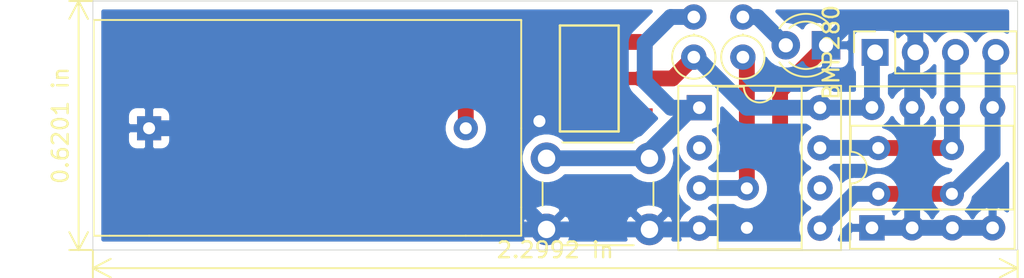
<source format=kicad_pcb>
(kicad_pcb (version 20171130) (host pcbnew "(5.1.5)-3")

  (general
    (thickness 1.6)
    (drawings 6)
    (tracks 79)
    (zones 0)
    (modules 9)
    (nets 12)
  )

  (page A4)
  (layers
    (0 F.Cu signal)
    (31 B.Cu signal)
    (32 B.Adhes user)
    (33 F.Adhes user)
    (34 B.Paste user)
    (35 F.Paste user)
    (36 B.SilkS user)
    (37 F.SilkS user)
    (38 B.Mask user)
    (39 F.Mask user)
    (40 Dwgs.User user)
    (41 Cmts.User user)
    (42 Eco1.User user)
    (43 Eco2.User user)
    (44 Edge.Cuts user)
    (45 Margin user)
    (46 B.CrtYd user)
    (47 F.CrtYd user)
    (48 B.Fab user)
    (49 F.Fab user)
  )

  (setup
    (last_trace_width 0.25)
    (user_trace_width 1)
    (trace_clearance 0.2)
    (zone_clearance 0.508)
    (zone_45_only no)
    (trace_min 0.2)
    (via_size 0.8)
    (via_drill 0.4)
    (via_min_size 0.4)
    (via_min_drill 0.3)
    (uvia_size 0.3)
    (uvia_drill 0.1)
    (uvias_allowed no)
    (uvia_min_size 0.2)
    (uvia_min_drill 0.1)
    (edge_width 0.05)
    (segment_width 0.2)
    (pcb_text_width 0.3)
    (pcb_text_size 1.5 1.5)
    (mod_edge_width 0.12)
    (mod_text_size 1 1)
    (mod_text_width 0.15)
    (pad_size 1.524 1.524)
    (pad_drill 0.762)
    (pad_to_mask_clearance 0.051)
    (solder_mask_min_width 0.25)
    (aux_axis_origin 0 0)
    (grid_origin 93.03 72.06)
    (visible_elements 7FF9FF7F)
    (pcbplotparams
      (layerselection 0x010fc_ffffffff)
      (usegerberextensions false)
      (usegerberattributes false)
      (usegerberadvancedattributes false)
      (creategerberjobfile false)
      (excludeedgelayer true)
      (linewidth 0.100000)
      (plotframeref false)
      (viasonmask false)
      (mode 1)
      (useauxorigin false)
      (hpglpennumber 1)
      (hpglpenspeed 20)
      (hpglpendiameter 15.000000)
      (psnegative false)
      (psa4output false)
      (plotreference true)
      (plotvalue true)
      (plotinvisibletext false)
      (padsonsilk false)
      (subtractmaskfromsilk false)
      (outputformat 1)
      (mirror false)
      (drillshape 1)
      (scaleselection 1)
      (outputdirectory ""))
  )

  (net 0 "")
  (net 1 "Net-(AT24C256-Pad8)")
  (net 2 GNDPWR)
  (net 3 "Net-(AT24C256-Pad6)")
  (net 4 "Net-(AT24C256-Pad5)")
  (net 5 "Net-(ATTiny85-Pad3)")
  (net 6 "Net-(ATTiny85-Pad6)")
  (net 7 "Net-(ATTiny85-Pad2)")
  (net 8 "Net-(ATTiny85-Pad1)")
  (net 9 "Net-(LED1-Pad2)")
  (net 10 "Net-(BT1-Pad1)")
  (net 11 "Net-(U1-Pad4)")

  (net_class Default "Esta é a classe de rede padrão."
    (clearance 0.2)
    (trace_width 0.25)
    (via_dia 0.8)
    (via_drill 0.4)
    (uvia_dia 0.3)
    (uvia_drill 0.1)
    (add_net GNDPWR)
    (add_net "Net-(AT24C256-Pad5)")
    (add_net "Net-(AT24C256-Pad6)")
    (add_net "Net-(AT24C256-Pad8)")
    (add_net "Net-(ATTiny85-Pad1)")
    (add_net "Net-(ATTiny85-Pad2)")
    (add_net "Net-(ATTiny85-Pad3)")
    (add_net "Net-(ATTiny85-Pad6)")
    (add_net "Net-(BT1-Pad1)")
    (add_net "Net-(LED1-Pad2)")
    (add_net "Net-(U1-Pad4)")
  )

  (module LR44:LR44 (layer F.Cu) (tedit 5EFCC4BD) (tstamp 5EFCF204)
    (at 99.68 113.51 180)
    (path /5EFCAF55)
    (fp_text reference BT1 (at 9.35 -0.04) (layer F.SilkS) hide
      (effects (font (size 1 1) (thickness 0.15)))
    )
    (fp_text value Battery_Cell (at 3.88 8.03) (layer F.Fab) hide
      (effects (font (size 1 1) (thickness 0.15)))
    )
    (fp_line (start 23.5 6.85) (end 23.5 6.7) (layer F.SilkS) (width 0.12))
    (fp_line (start -3.5 6.85) (end 23.5 6.85) (layer F.SilkS) (width 0.12))
    (fp_line (start 23.5 -6.8) (end 23.5 6.7) (layer F.SilkS) (width 0.12))
    (fp_line (start 22.5 -6.8) (end 23.5 -6.8) (layer F.SilkS) (width 0.12))
    (fp_line (start 20 -6.8) (end 22.5 -6.8) (layer F.SilkS) (width 0.12))
    (fp_line (start 0 -6.8) (end 20 -6.8) (layer F.SilkS) (width 0.12))
    (fp_line (start -1 -6.8) (end 0 -6.8) (layer F.SilkS) (width 0.12))
    (fp_line (start -3.5 -6.8) (end -1 -6.8) (layer F.SilkS) (width 0.12))
    (fp_line (start -3.5 6.8) (end -3.5 6.85) (layer F.SilkS) (width 0.12))
    (fp_line (start -3.5 0) (end -3.5 6.8) (layer F.SilkS) (width 0.12))
    (fp_line (start -3.5 -6.75) (end -3.5 -6.8) (layer F.SilkS) (width 0.12))
    (fp_line (start -3.5 -6.5) (end -3.5 -6.75) (layer F.SilkS) (width 0.12))
    (fp_line (start -3.5 -6) (end -3.5 -6.5) (layer F.SilkS) (width 0.12))
    (fp_line (start -3.5 -5) (end -3.5 -6) (layer F.SilkS) (width 0.12))
    (fp_line (start -3.5 0) (end -3.5 -5) (layer F.SilkS) (width 0.12))
    (pad 2 thru_hole rect (at 20 0 180) (size 1.524 1.524) (drill 0.762) (layers *.Cu *.Mask)
      (net 2 GNDPWR))
    (pad 1 thru_hole circle (at 0 0 180) (size 1.524 1.524) (drill 0.762) (layers *.Cu *.Mask)
      (net 10 "Net-(BT1-Pad1)"))
  )

  (module Button_Switch_THT:SW_PUSH_6mm_H5mm (layer F.Cu) (tedit 5A02FE31) (tstamp 5EFCF254)
    (at 104.78 115.41)
    (descr "tactile push button, 6x6mm e.g. PHAP33xx series, height=5mm")
    (tags "tact sw push 6mm")
    (path /5EF2C276)
    (fp_text reference SW1 (at 2.92 7.43) (layer F.SilkS) hide
      (effects (font (size 1 1) (thickness 0.15)))
    )
    (fp_text value Reset (at 2.98 8.88) (layer F.Fab) hide
      (effects (font (size 1 1) (thickness 0.15)))
    )
    (fp_circle (center 3.25 2.25) (end 1.25 2.5) (layer F.Fab) (width 0.1))
    (fp_line (start 6.75 3) (end 6.75 1.5) (layer F.SilkS) (width 0.12))
    (fp_line (start 5.5 -1) (end 1 -1) (layer F.SilkS) (width 0.12))
    (fp_line (start -0.25 1.5) (end -0.25 3) (layer F.SilkS) (width 0.12))
    (fp_line (start 1 5.5) (end 5.5 5.5) (layer F.SilkS) (width 0.12))
    (fp_line (start 8 -1.25) (end 8 5.75) (layer F.CrtYd) (width 0.05))
    (fp_line (start 7.75 6) (end -1.25 6) (layer F.CrtYd) (width 0.05))
    (fp_line (start -1.5 5.75) (end -1.5 -1.25) (layer F.CrtYd) (width 0.05))
    (fp_line (start -1.25 -1.5) (end 7.75 -1.5) (layer F.CrtYd) (width 0.05))
    (fp_line (start -1.5 6) (end -1.25 6) (layer F.CrtYd) (width 0.05))
    (fp_line (start -1.5 5.75) (end -1.5 6) (layer F.CrtYd) (width 0.05))
    (fp_line (start -1.5 -1.5) (end -1.25 -1.5) (layer F.CrtYd) (width 0.05))
    (fp_line (start -1.5 -1.25) (end -1.5 -1.5) (layer F.CrtYd) (width 0.05))
    (fp_line (start 8 -1.5) (end 8 -1.25) (layer F.CrtYd) (width 0.05))
    (fp_line (start 7.75 -1.5) (end 8 -1.5) (layer F.CrtYd) (width 0.05))
    (fp_line (start 8 6) (end 8 5.75) (layer F.CrtYd) (width 0.05))
    (fp_line (start 7.75 6) (end 8 6) (layer F.CrtYd) (width 0.05))
    (fp_line (start 0.25 -0.75) (end 3.25 -0.75) (layer F.Fab) (width 0.1))
    (fp_line (start 0.25 5.25) (end 0.25 -0.75) (layer F.Fab) (width 0.1))
    (fp_line (start 6.25 5.25) (end 0.25 5.25) (layer F.Fab) (width 0.1))
    (fp_line (start 6.25 -0.75) (end 6.25 5.25) (layer F.Fab) (width 0.1))
    (fp_line (start 3.25 -0.75) (end 6.25 -0.75) (layer F.Fab) (width 0.1))
    (fp_text user %R (at 3.25 2.25) (layer F.Fab) hide
      (effects (font (size 1 1) (thickness 0.15)))
    )
    (pad 1 thru_hole circle (at 6.5 0 90) (size 2 2) (drill 1.1) (layers *.Cu *.Mask)
      (net 8 "Net-(ATTiny85-Pad1)"))
    (pad 2 thru_hole circle (at 6.5 4.5 90) (size 2 2) (drill 1.1) (layers *.Cu *.Mask)
      (net 2 GNDPWR))
    (pad 1 thru_hole circle (at 0 0 90) (size 2 2) (drill 1.1) (layers *.Cu *.Mask)
      (net 8 "Net-(ATTiny85-Pad1)"))
    (pad 2 thru_hole circle (at 0 4.5 90) (size 2 2) (drill 1.1) (layers *.Cu *.Mask)
      (net 2 GNDPWR))
    (model ${KISYS3DMOD}/Button_Switch_THT.3dshapes/SW_PUSH_6mm_H5mm.wrl
      (at (xyz 0 0 0))
      (scale (xyz 1 1 1))
      (rotate (xyz 0 0 0))
    )
  )

  (module Package_DIP:DIP-8_W7.62mm_Socket (layer F.Cu) (tedit 5A02E8C5) (tstamp 5EFCF1AF)
    (at 125.33 119.81 90)
    (descr "8-lead though-hole mounted DIP package, row spacing 7.62 mm (300 mils), Socket")
    (tags "THT DIP DIL PDIP 2.54mm 7.62mm 300mil Socket")
    (path /5EF280A5)
    (fp_text reference AT24C256 (at 2.36 4.18 180) (layer F.SilkS) hide
      (effects (font (size 1 1) (thickness 0.15)))
    )
    (fp_text value EEPROM (at 3.81 9.95 90) (layer F.Fab) hide
      (effects (font (size 1 1) (thickness 0.15)))
    )
    (fp_text user %R (at 3.81 3.81 90) (layer F.Fab) hide
      (effects (font (size 1 1) (thickness 0.15)))
    )
    (fp_line (start 9.15 -1.6) (end -1.55 -1.6) (layer F.CrtYd) (width 0.05))
    (fp_line (start 9.15 9.2) (end 9.15 -1.6) (layer F.CrtYd) (width 0.05))
    (fp_line (start -1.55 9.2) (end 9.15 9.2) (layer F.CrtYd) (width 0.05))
    (fp_line (start -1.55 -1.6) (end -1.55 9.2) (layer F.CrtYd) (width 0.05))
    (fp_line (start 8.95 -1.39) (end -1.33 -1.39) (layer F.SilkS) (width 0.12))
    (fp_line (start 8.95 9.01) (end 8.95 -1.39) (layer F.SilkS) (width 0.12))
    (fp_line (start -1.33 9.01) (end 8.95 9.01) (layer F.SilkS) (width 0.12))
    (fp_line (start -1.33 -1.39) (end -1.33 9.01) (layer F.SilkS) (width 0.12))
    (fp_line (start 6.46 -1.33) (end 4.81 -1.33) (layer F.SilkS) (width 0.12))
    (fp_line (start 6.46 8.95) (end 6.46 -1.33) (layer F.SilkS) (width 0.12))
    (fp_line (start 1.16 8.95) (end 6.46 8.95) (layer F.SilkS) (width 0.12))
    (fp_line (start 1.16 -1.33) (end 1.16 8.95) (layer F.SilkS) (width 0.12))
    (fp_line (start 2.81 -1.33) (end 1.16 -1.33) (layer F.SilkS) (width 0.12))
    (fp_line (start 8.89 -1.33) (end -1.27 -1.33) (layer F.Fab) (width 0.1))
    (fp_line (start 8.89 8.95) (end 8.89 -1.33) (layer F.Fab) (width 0.1))
    (fp_line (start -1.27 8.95) (end 8.89 8.95) (layer F.Fab) (width 0.1))
    (fp_line (start -1.27 -1.33) (end -1.27 8.95) (layer F.Fab) (width 0.1))
    (fp_line (start 0.635 -0.27) (end 1.635 -1.27) (layer F.Fab) (width 0.1))
    (fp_line (start 0.635 8.89) (end 0.635 -0.27) (layer F.Fab) (width 0.1))
    (fp_line (start 6.985 8.89) (end 0.635 8.89) (layer F.Fab) (width 0.1))
    (fp_line (start 6.985 -1.27) (end 6.985 8.89) (layer F.Fab) (width 0.1))
    (fp_line (start 1.635 -1.27) (end 6.985 -1.27) (layer F.Fab) (width 0.1))
    (fp_arc (start 3.81 -1.33) (end 2.81 -1.33) (angle -180) (layer F.SilkS) (width 0.12))
    (pad 8 thru_hole oval (at 7.62 0 90) (size 1.6 1.6) (drill 0.8) (layers *.Cu *.Mask)
      (net 1 "Net-(AT24C256-Pad8)"))
    (pad 4 thru_hole oval (at 0 7.62 90) (size 1.6 1.6) (drill 0.8) (layers *.Cu *.Mask)
      (net 2 GNDPWR))
    (pad 7 thru_hole oval (at 7.62 2.54 90) (size 1.6 1.6) (drill 0.8) (layers *.Cu *.Mask)
      (net 2 GNDPWR))
    (pad 3 thru_hole oval (at 0 5.08 90) (size 1.6 1.6) (drill 0.8) (layers *.Cu *.Mask)
      (net 2 GNDPWR))
    (pad 6 thru_hole oval (at 7.62 5.08 90) (size 1.6 1.6) (drill 0.8) (layers *.Cu *.Mask)
      (net 3 "Net-(AT24C256-Pad6)"))
    (pad 2 thru_hole oval (at 0 2.54 90) (size 1.6 1.6) (drill 0.8) (layers *.Cu *.Mask)
      (net 2 GNDPWR))
    (pad 5 thru_hole oval (at 7.62 7.62 90) (size 1.6 1.6) (drill 0.8) (layers *.Cu *.Mask)
      (net 4 "Net-(AT24C256-Pad5)"))
    (pad 1 thru_hole rect (at 0 0 90) (size 1.6 1.6) (drill 0.8) (layers *.Cu *.Mask)
      (net 2 GNDPWR))
    (model ${KISYS3DMOD}/Package_DIP.3dshapes/DIP-8_W7.62mm_Socket.wrl
      (at (xyz 0 0 0))
      (scale (xyz 1 1 1))
      (rotate (xyz 0 0 0))
    )
    (model ${KIPRJMOD}/ATTINY85-20PU--3DModel-STEP-56544.STEP
      (offset (xyz 4 -3.8 6.8))
      (scale (xyz 1 1 1))
      (rotate (xyz -90 0 0))
    )
  )

  (module LED_THT:LED_D3.0mm (layer F.Cu) (tedit 587A3A7B) (tstamp 5EFCF217)
    (at 122.43 108.26 180)
    (descr "LED, diameter 3.0mm, 2 pins")
    (tags "LED diameter 3.0mm 2 pins")
    (path /5EF29701)
    (fp_text reference LED1 (at 0.54 3.12) (layer F.SilkS) hide
      (effects (font (size 1 1) (thickness 0.15)))
    )
    (fp_text value ON/OFF (at 0.37 4.95) (layer F.Fab) hide
      (effects (font (size 1 1) (thickness 0.15)))
    )
    (fp_line (start 3.7 -2.25) (end -1.15 -2.25) (layer F.CrtYd) (width 0.05))
    (fp_line (start 3.7 2.25) (end 3.7 -2.25) (layer F.CrtYd) (width 0.05))
    (fp_line (start -1.15 2.25) (end 3.7 2.25) (layer F.CrtYd) (width 0.05))
    (fp_line (start -1.15 -2.25) (end -1.15 2.25) (layer F.CrtYd) (width 0.05))
    (fp_line (start -0.29 1.08) (end -0.29 1.236) (layer F.SilkS) (width 0.12))
    (fp_line (start -0.29 -1.236) (end -0.29 -1.08) (layer F.SilkS) (width 0.12))
    (fp_line (start -0.23 -1.16619) (end -0.23 1.16619) (layer F.Fab) (width 0.1))
    (fp_circle (center 1.27 0) (end 2.77 0) (layer F.Fab) (width 0.1))
    (fp_arc (start 1.27 0) (end 0.229039 1.08) (angle -87.9) (layer F.SilkS) (width 0.12))
    (fp_arc (start 1.27 0) (end 0.229039 -1.08) (angle 87.9) (layer F.SilkS) (width 0.12))
    (fp_arc (start 1.27 0) (end -0.29 1.235516) (angle -108.8) (layer F.SilkS) (width 0.12))
    (fp_arc (start 1.27 0) (end -0.29 -1.235516) (angle 108.8) (layer F.SilkS) (width 0.12))
    (fp_arc (start 1.27 0) (end -0.23 -1.16619) (angle 284.3) (layer F.Fab) (width 0.1))
    (pad 2 thru_hole circle (at 2.54 0 180) (size 1.8 1.8) (drill 0.9) (layers *.Cu *.Mask)
      (net 9 "Net-(LED1-Pad2)"))
    (pad 1 thru_hole rect (at 0 0 180) (size 1.8 1.8) (drill 0.9) (layers *.Cu *.Mask)
      (net 2 GNDPWR))
    (model ${KISYS3DMOD}/LED_THT.3dshapes/LED_D3.0mm.wrl
      (at (xyz 0 0 0))
      (scale (xyz 1 1 1))
      (rotate (xyz 0 0 0))
    )
  )

  (module Connector_PinSocket_2.54mm:PinSocket_1x04_P2.54mm_Vertical (layer F.Cu) (tedit 5A19A429) (tstamp 5F03E576)
    (at 125.53 108.71 90)
    (descr "Through hole straight socket strip, 1x04, 2.54mm pitch, single row (from Kicad 4.0.7), script generated")
    (tags "Through hole socket strip THT 1x04 2.54mm single row")
    (path /5EF6F4B8)
    (fp_text reference BMP280 (at 0 -2.77 90) (layer F.SilkS)
      (effects (font (size 1 1) (thickness 0.15)))
    )
    (fp_text value Sensor (at 0 10.39 90) (layer F.Fab)
      (effects (font (size 1 1) (thickness 0.15)))
    )
    (fp_text user %R (at 0 3.81) (layer F.Fab)
      (effects (font (size 1 1) (thickness 0.15)))
    )
    (fp_line (start -1.8 9.4) (end -1.8 -1.8) (layer F.CrtYd) (width 0.05))
    (fp_line (start 1.75 9.4) (end -1.8 9.4) (layer F.CrtYd) (width 0.05))
    (fp_line (start 1.75 -1.8) (end 1.75 9.4) (layer F.CrtYd) (width 0.05))
    (fp_line (start -1.8 -1.8) (end 1.75 -1.8) (layer F.CrtYd) (width 0.05))
    (fp_line (start 0 -1.33) (end 1.33 -1.33) (layer F.SilkS) (width 0.12))
    (fp_line (start 1.33 -1.33) (end 1.33 0) (layer F.SilkS) (width 0.12))
    (fp_line (start 1.33 1.27) (end 1.33 8.95) (layer F.SilkS) (width 0.12))
    (fp_line (start -1.33 8.95) (end 1.33 8.95) (layer F.SilkS) (width 0.12))
    (fp_line (start -1.33 1.27) (end -1.33 8.95) (layer F.SilkS) (width 0.12))
    (fp_line (start -1.33 1.27) (end 1.33 1.27) (layer F.SilkS) (width 0.12))
    (fp_line (start -1.27 8.89) (end -1.27 -1.27) (layer F.Fab) (width 0.1))
    (fp_line (start 1.27 8.89) (end -1.27 8.89) (layer F.Fab) (width 0.1))
    (fp_line (start 1.27 -0.635) (end 1.27 8.89) (layer F.Fab) (width 0.1))
    (fp_line (start 0.635 -1.27) (end 1.27 -0.635) (layer F.Fab) (width 0.1))
    (fp_line (start -1.27 -1.27) (end 0.635 -1.27) (layer F.Fab) (width 0.1))
    (pad 4 thru_hole oval (at 0 7.62 90) (size 1.7 1.7) (drill 1) (layers *.Cu *.Mask)
      (net 4 "Net-(AT24C256-Pad5)"))
    (pad 3 thru_hole oval (at 0 5.08 90) (size 1.7 1.7) (drill 1) (layers *.Cu *.Mask)
      (net 3 "Net-(AT24C256-Pad6)"))
    (pad 2 thru_hole oval (at 0 2.54 90) (size 1.7 1.7) (drill 1) (layers *.Cu *.Mask)
      (net 2 GNDPWR))
    (pad 1 thru_hole rect (at 0 0 90) (size 1.7 1.7) (drill 1) (layers *.Cu *.Mask)
      (net 1 "Net-(AT24C256-Pad8)"))
    (model ${KISYS3DMOD}/Connector_PinSocket_2.54mm.3dshapes/PinSocket_1x04_P2.54mm_Vertical.wrl
      (at (xyz 0 0 0))
      (scale (xyz 1 1 1))
      (rotate (xyz 0 0 0))
    )
    (model ${KIPRJMOD}/DS1022-1x4RD61.stp
      (offset (xyz 1.1 0 11.1))
      (scale (xyz 1 1 1))
      (rotate (xyz 90 180 -90))
    )
    (model ${KIPRJMOD}/bmp280.step
      (offset (xyz 26 -9.75 10.9))
      (scale (xyz 1 1 1))
      (rotate (xyz 90 90 0))
    )
  )

  (module LM1117:SOT230 (layer F.Cu) (tedit 5F038A56) (tstamp 5F03E5C3)
    (at 107.48 110.36 180)
    (path /5F03975F)
    (fp_text reference U1 (at 0.55989 -4.65746) (layer F.SilkS) hide
      (effects (font (size 1.64326 1.64326) (thickness 0.015)))
    )
    (fp_text value LM1117-3.3 (at 0.78966 4.55966) (layer F.Fab) hide
      (effects (font (size 1.644709 1.644709) (thickness 0.015)))
    )
    (fp_line (start -1.8542 -1.905) (end -1.8542 -2.6924) (layer F.Fab) (width 0.1524))
    (fp_line (start -1.8542 -2.6924) (end -3.6576 -2.6924) (layer F.Fab) (width 0.1524))
    (fp_line (start -3.6576 -2.6924) (end -3.6576 -1.905) (layer F.Fab) (width 0.1524))
    (fp_line (start -3.6576 -1.905) (end -1.8542 -1.905) (layer F.Fab) (width 0.1524))
    (fp_line (start -1.8542 0.381) (end -1.8542 -0.4064) (layer F.Fab) (width 0.1524))
    (fp_line (start -1.8542 -0.4064) (end -3.6576 -0.4064) (layer F.Fab) (width 0.1524))
    (fp_line (start -3.6576 -0.4064) (end -3.6576 0.381) (layer F.Fab) (width 0.1524))
    (fp_line (start -3.6576 0.381) (end -1.8542 0.381) (layer F.Fab) (width 0.1524))
    (fp_line (start -1.8542 2.6924) (end -1.8542 1.905) (layer F.Fab) (width 0.1524))
    (fp_line (start -1.8542 1.905) (end -3.6576 1.905) (layer F.Fab) (width 0.1524))
    (fp_line (start -3.6576 1.905) (end -3.6576 2.6924) (layer F.Fab) (width 0.1524))
    (fp_line (start -3.6576 2.6924) (end -1.8542 2.6924) (layer F.Fab) (width 0.1524))
    (fp_line (start 1.8542 -1.5494) (end 1.8542 1.5494) (layer F.Fab) (width 0.1524))
    (fp_line (start 1.8542 1.5494) (end 3.6576 1.5494) (layer F.Fab) (width 0.1524))
    (fp_line (start 3.6576 1.5494) (end 3.6576 -1.5494) (layer F.Fab) (width 0.1524))
    (fp_line (start 3.6576 -1.5494) (end 1.8542 -1.5494) (layer F.Fab) (width 0.1524))
    (fp_line (start -1.8542 3.3528) (end 1.8542 3.3528) (layer F.Fab) (width 0.1524))
    (fp_line (start 1.8542 3.3528) (end 1.8542 -3.3528) (layer F.Fab) (width 0.1524))
    (fp_line (start 1.8542 -3.3528) (end -1.8542 -3.3528) (layer F.Fab) (width 0.1524))
    (fp_line (start -1.8542 -3.3528) (end -1.8542 3.3528) (layer F.Fab) (width 0.1524))
    (fp_line (start -1.8542 3.3528) (end 1.8542 3.3528) (layer F.SilkS) (width 0.1524))
    (fp_line (start 1.8542 3.3528) (end 1.8542 -3.3528) (layer F.SilkS) (width 0.1524))
    (fp_line (start 1.8542 -3.3528) (end -1.8542 -3.3528) (layer F.SilkS) (width 0.1524))
    (fp_line (start -1.8542 -3.3528) (end -1.8542 3.3528) (layer F.SilkS) (width 0.1524))
    (pad 1 smd rect (at -3.2004 -2.3114 180) (size 1.6002 0.8382) (layers F.Cu F.Paste F.Mask)
      (net 2 GNDPWR))
    (pad 2 smd rect (at -3.2004 0 180) (size 1.6002 0.8382) (layers F.Cu F.Paste F.Mask)
      (net 1 "Net-(AT24C256-Pad8)"))
    (pad 3 smd rect (at -3.2004 2.3114 180) (size 1.6002 0.8382) (layers F.Cu F.Paste F.Mask)
      (net 10 "Net-(BT1-Pad1)"))
    (pad 4 smd rect (at 3.2004 0 180) (size 1.6002 3.0988) (layers F.Cu F.Paste F.Mask)
      (net 11 "Net-(U1-Pad4)"))
    (model "${KIPRJMOD}/LM1117/LM1117-3.3--3DModel-STEP-56544 (1).STEP"
      (offset (xyz 0.2 0.02 0))
      (scale (xyz 1 1 1))
      (rotate (xyz -90 0 90))
    )
  )

  (module Package_DIP:DIP-8_W7.62mm_Socket (layer F.Cu) (tedit 5A02E8C5) (tstamp 5EFCF1D3)
    (at 114.43 112.21)
    (descr "8-lead though-hole mounted DIP package, row spacing 7.62 mm (300 mils), Socket")
    (tags "THT DIP DIL PDIP 2.54mm 7.62mm 300mil Socket")
    (path /5EF27071)
    (fp_text reference ATTiny85 (at -4.59 4.04) (layer F.SilkS) hide
      (effects (font (size 1 1) (thickness 0.15)))
    )
    (fp_text value Micro (at 3.81 9.95) (layer F.Fab) hide
      (effects (font (size 1 1) (thickness 0.15)))
    )
    (fp_text user %R (at 3.81 3.81) (layer F.Fab) hide
      (effects (font (size 1 1) (thickness 0.15)))
    )
    (fp_line (start 9.15 -1.6) (end -1.55 -1.6) (layer F.CrtYd) (width 0.05))
    (fp_line (start 9.15 9.2) (end 9.15 -1.6) (layer F.CrtYd) (width 0.05))
    (fp_line (start -1.55 9.2) (end 9.15 9.2) (layer F.CrtYd) (width 0.05))
    (fp_line (start -1.55 -1.6) (end -1.55 9.2) (layer F.CrtYd) (width 0.05))
    (fp_line (start 8.95 -1.39) (end -1.33 -1.39) (layer F.SilkS) (width 0.12))
    (fp_line (start 8.95 9.01) (end 8.95 -1.39) (layer F.SilkS) (width 0.12))
    (fp_line (start -1.33 9.01) (end 8.95 9.01) (layer F.SilkS) (width 0.12))
    (fp_line (start -1.33 -1.39) (end -1.33 9.01) (layer F.SilkS) (width 0.12))
    (fp_line (start 6.46 -1.33) (end 4.81 -1.33) (layer F.SilkS) (width 0.12))
    (fp_line (start 6.46 8.95) (end 6.46 -1.33) (layer F.SilkS) (width 0.12))
    (fp_line (start 1.16 8.95) (end 6.46 8.95) (layer F.SilkS) (width 0.12))
    (fp_line (start 1.16 -1.33) (end 1.16 8.95) (layer F.SilkS) (width 0.12))
    (fp_line (start 2.81 -1.33) (end 1.16 -1.33) (layer F.SilkS) (width 0.12))
    (fp_line (start 8.89 -1.33) (end -1.27 -1.33) (layer F.Fab) (width 0.1))
    (fp_line (start 8.89 8.95) (end 8.89 -1.33) (layer F.Fab) (width 0.1))
    (fp_line (start -1.27 8.95) (end 8.89 8.95) (layer F.Fab) (width 0.1))
    (fp_line (start -1.27 -1.33) (end -1.27 8.95) (layer F.Fab) (width 0.1))
    (fp_line (start 0.635 -0.27) (end 1.635 -1.27) (layer F.Fab) (width 0.1))
    (fp_line (start 0.635 8.89) (end 0.635 -0.27) (layer F.Fab) (width 0.1))
    (fp_line (start 6.985 8.89) (end 0.635 8.89) (layer F.Fab) (width 0.1))
    (fp_line (start 6.985 -1.27) (end 6.985 8.89) (layer F.Fab) (width 0.1))
    (fp_line (start 1.635 -1.27) (end 6.985 -1.27) (layer F.Fab) (width 0.1))
    (fp_arc (start 3.81 -1.33) (end 2.81 -1.33) (angle -180) (layer F.SilkS) (width 0.12))
    (pad 8 thru_hole oval (at 7.62 0) (size 1.6 1.6) (drill 0.8) (layers *.Cu *.Mask)
      (net 1 "Net-(AT24C256-Pad8)"))
    (pad 4 thru_hole oval (at 0 7.62) (size 1.6 1.6) (drill 0.8) (layers *.Cu *.Mask)
      (net 2 GNDPWR))
    (pad 7 thru_hole oval (at 7.62 2.54) (size 1.6 1.6) (drill 0.8) (layers *.Cu *.Mask)
      (net 3 "Net-(AT24C256-Pad6)"))
    (pad 3 thru_hole oval (at 0 5.08) (size 1.6 1.6) (drill 0.8) (layers *.Cu *.Mask)
      (net 5 "Net-(ATTiny85-Pad3)"))
    (pad 6 thru_hole oval (at 7.62 5.08) (size 1.6 1.6) (drill 0.8) (layers *.Cu *.Mask)
      (net 6 "Net-(ATTiny85-Pad6)"))
    (pad 2 thru_hole oval (at 0 2.54) (size 1.6 1.6) (drill 0.8) (layers *.Cu *.Mask)
      (net 7 "Net-(ATTiny85-Pad2)"))
    (pad 5 thru_hole oval (at 7.62 7.62) (size 1.6 1.6) (drill 0.8) (layers *.Cu *.Mask)
      (net 4 "Net-(AT24C256-Pad5)"))
    (pad 1 thru_hole rect (at 0 0) (size 1.6 1.6) (drill 0.8) (layers *.Cu *.Mask)
      (net 8 "Net-(ATTiny85-Pad1)"))
    (model ${KISYS3DMOD}/Package_DIP.3dshapes/DIP-8_W7.62mm_Socket.wrl
      (at (xyz 0 0 0))
      (scale (xyz 1 1 1))
      (rotate (xyz 0 0 0))
    )
    (model ${KIPRJMOD}/ATTINY85-20PU--3DModel-STEP-56544.STEP
      (offset (xyz 4 -3.8 6.8))
      (scale (xyz 1 1 1))
      (rotate (xyz -90 0 0))
    )
  )

  (module Resistor_THT:R_Axial_DIN0207_L6.3mm_D2.5mm_P2.54mm_Vertical (layer F.Cu) (tedit 5AE5139B) (tstamp 5EFCF235)
    (at 114.08 109.01 90)
    (descr "Resistor, Axial_DIN0207 series, Axial, Vertical, pin pitch=2.54mm, 0.25W = 1/4W, length*diameter=6.3*2.5mm^2, http://cdn-reichelt.de/documents/datenblatt/B400/1_4W%23YAG.pdf")
    (tags "Resistor Axial_DIN0207 series Axial Vertical pin pitch 2.54mm 0.25W = 1/4W length 6.3mm diameter 2.5mm")
    (path /5EF29F8D)
    (fp_text reference Rreset1 (at 1.27 -2.37 90) (layer F.SilkS) hide
      (effects (font (size 1 1) (thickness 0.15)))
    )
    (fp_text value R (at 1.27 2.37 90) (layer F.Fab) hide
      (effects (font (size 1 1) (thickness 0.15)))
    )
    (fp_text user %R (at 1.27 -2.37 90) (layer F.Fab) hide
      (effects (font (size 1 1) (thickness 0.15)))
    )
    (fp_line (start 3.59 -1.5) (end -1.5 -1.5) (layer F.CrtYd) (width 0.05))
    (fp_line (start 3.59 1.5) (end 3.59 -1.5) (layer F.CrtYd) (width 0.05))
    (fp_line (start -1.5 1.5) (end 3.59 1.5) (layer F.CrtYd) (width 0.05))
    (fp_line (start -1.5 -1.5) (end -1.5 1.5) (layer F.CrtYd) (width 0.05))
    (fp_line (start 1.37 0) (end 1.44 0) (layer F.SilkS) (width 0.12))
    (fp_line (start 0 0) (end 2.54 0) (layer F.Fab) (width 0.1))
    (fp_circle (center 0 0) (end 1.37 0) (layer F.SilkS) (width 0.12))
    (fp_circle (center 0 0) (end 1.25 0) (layer F.Fab) (width 0.1))
    (pad 2 thru_hole oval (at 2.54 0 90) (size 1.6 1.6) (drill 0.8) (layers *.Cu *.Mask)
      (net 8 "Net-(ATTiny85-Pad1)"))
    (pad 1 thru_hole circle (at 0 0 90) (size 1.6 1.6) (drill 0.8) (layers *.Cu *.Mask)
      (net 1 "Net-(AT24C256-Pad8)"))
    (model ${KISYS3DMOD}/Resistor_THT.3dshapes/R_Axial_DIN0207_L6.3mm_D2.5mm_P2.54mm_Vertical.wrl
      (at (xyz 0 0 0))
      (scale (xyz 1 1 1))
      (rotate (xyz 0 0 0))
    )
  )

  (module Resistor_THT:R_Axial_DIN0207_L6.3mm_D2.5mm_P2.54mm_Vertical (layer F.Cu) (tedit 5AE5139B) (tstamp 5EFCF226)
    (at 117.18 109.01 90)
    (descr "Resistor, Axial_DIN0207 series, Axial, Vertical, pin pitch=2.54mm, 0.25W = 1/4W, length*diameter=6.3*2.5mm^2, http://cdn-reichelt.de/documents/datenblatt/B400/1_4W%23YAG.pdf")
    (tags "Resistor Axial_DIN0207 series Axial Vertical pin pitch 2.54mm 0.25W = 1/4W length 6.3mm diameter 2.5mm")
    (path /5EF543A4)
    (fp_text reference Rled1 (at 4.42 0.08 180) (layer F.SilkS) hide
      (effects (font (size 1 1) (thickness 0.15)))
    )
    (fp_text value R (at -1.69 -3.75 90) (layer F.Fab) hide
      (effects (font (size 1 1) (thickness 0.15)))
    )
    (fp_text user %R (at 0.97 -3.74 90) (layer F.Fab) hide
      (effects (font (size 1 1) (thickness 0.15)))
    )
    (fp_line (start 3.59 -1.5) (end -1.5 -1.5) (layer F.CrtYd) (width 0.05))
    (fp_line (start 3.59 1.5) (end 3.59 -1.5) (layer F.CrtYd) (width 0.05))
    (fp_line (start -1.5 1.5) (end 3.59 1.5) (layer F.CrtYd) (width 0.05))
    (fp_line (start -1.5 -1.5) (end -1.5 1.5) (layer F.CrtYd) (width 0.05))
    (fp_line (start 1.37 0) (end 1.44 0) (layer F.SilkS) (width 0.12))
    (fp_line (start 0 0) (end 2.54 0) (layer F.Fab) (width 0.1))
    (fp_circle (center 0 0) (end 1.37 0) (layer F.SilkS) (width 0.12))
    (fp_circle (center 0 0) (end 1.25 0) (layer F.Fab) (width 0.1))
    (pad 2 thru_hole oval (at 2.54 0 90) (size 1.6 1.6) (drill 0.8) (layers *.Cu *.Mask)
      (net 9 "Net-(LED1-Pad2)"))
    (pad 1 thru_hole circle (at 0 0 90) (size 1.6 1.6) (drill 0.8) (layers *.Cu *.Mask)
      (net 5 "Net-(ATTiny85-Pad3)"))
    (model ${KISYS3DMOD}/Resistor_THT.3dshapes/R_Axial_DIN0207_L6.3mm_D2.5mm_P2.54mm_Vertical.wrl
      (at (xyz 0 0 0))
      (scale (xyz 1 1 1))
      (rotate (xyz 0 0 0))
    )
  )

  (dimension 15.75 (width 0.12) (layer F.SilkS)
    (gr_text "15,750 mm" (at 73.96 113.335 90) (layer F.SilkS)
      (effects (font (size 1 1) (thickness 0.15)))
    )
    (feature1 (pts (xy 76.13 105.46) (xy 74.643579 105.46)))
    (feature2 (pts (xy 76.13 121.21) (xy 74.643579 121.21)))
    (crossbar (pts (xy 75.23 121.21) (xy 75.23 105.46)))
    (arrow1a (pts (xy 75.23 105.46) (xy 75.816421 106.586504)))
    (arrow1b (pts (xy 75.23 105.46) (xy 74.643579 106.586504)))
    (arrow2a (pts (xy 75.23 121.21) (xy 75.816421 120.083496)))
    (arrow2b (pts (xy 75.23 121.21) (xy 74.643579 120.083496)))
  )
  (dimension 58.4 (width 0.12) (layer F.SilkS)
    (gr_text "58,400 mm" (at 105.33 123.63) (layer F.SilkS)
      (effects (font (size 1 1) (thickness 0.15)))
    )
    (feature1 (pts (xy 76.13 121.21) (xy 76.13 122.946421)))
    (feature2 (pts (xy 134.53 121.21) (xy 134.53 122.946421)))
    (crossbar (pts (xy 134.53 122.36) (xy 76.13 122.36)))
    (arrow1a (pts (xy 76.13 122.36) (xy 77.256504 121.773579)))
    (arrow1b (pts (xy 76.13 122.36) (xy 77.256504 122.946421)))
    (arrow2a (pts (xy 134.53 122.36) (xy 133.403496 121.773579)))
    (arrow2b (pts (xy 134.53 122.36) (xy 133.403496 122.946421)))
  )
  (gr_line (start 76.13 121.21) (end 76.13 105.46) (layer Edge.Cuts) (width 0.05))
  (gr_line (start 134.53 121.21) (end 76.13 121.21) (layer Edge.Cuts) (width 0.05))
  (gr_line (start 134.53 105.46) (end 134.53 121.21) (layer Edge.Cuts) (width 0.05))
  (gr_line (start 134.53 105.46) (end 76.13 105.46) (layer Edge.Cuts) (width 0.05))

  (segment (start 112.73 110.36) (end 114.08 109.01) (width 1) (layer F.Cu) (net 1))
  (segment (start 110.6804 110.36) (end 112.73 110.36) (width 1) (layer F.Cu) (net 1))
  (segment (start 125.33 108.91) (end 125.53 108.71) (width 1) (layer B.Cu) (net 1))
  (segment (start 125.33 112.19) (end 125.33 108.91) (width 1) (layer B.Cu) (net 1))
  (segment (start 125.31 112.21) (end 125.33 112.19) (width 1) (layer B.Cu) (net 1))
  (segment (start 122.05 112.21) (end 125.31 112.21) (width 1) (layer B.Cu) (net 1))
  (segment (start 117.43 112.21) (end 122.05 112.21) (width 1) (layer B.Cu) (net 1))
  (segment (start 114.08 109.01) (end 114.23 109.01) (width 1) (layer B.Cu) (net 1))
  (segment (start 114.23 109.01) (end 117.43 112.21) (width 1) (layer B.Cu) (net 1))
  (segment (start 104.78 119.91) (end 111.28 119.91) (width 1) (layer B.Cu) (net 2))
  (segment (start 114.35 119.91) (end 114.43 119.83) (width 1) (layer B.Cu) (net 2))
  (segment (start 111.28 119.91) (end 114.35 119.91) (width 1) (layer B.Cu) (net 2))
  (segment (start 127.87 108.91) (end 128.07 108.71) (width 1) (layer B.Cu) (net 2))
  (segment (start 127.87 112.19) (end 127.87 108.91) (width 1) (layer B.Cu) (net 2))
  (segment (start 132.95 119.81) (end 130.41 119.81) (width 1) (layer B.Cu) (net 2))
  (segment (start 130.41 119.81) (end 127.87 119.81) (width 1) (layer B.Cu) (net 2))
  (segment (start 127.87 119.81) (end 125.33 119.81) (width 1) (layer B.Cu) (net 2))
  (segment (start 127.87 112.19) (end 127.87 119.81) (width 1) (layer B.Cu) (net 2))
  (via (at 117.43 119.81) (size 1.524) (drill 0.762) (layers F.Cu B.Cu) (net 2))
  (segment (start 117.41 119.83) (end 117.43 119.81) (width 1) (layer B.Cu) (net 2))
  (segment (start 114.43 119.83) (end 117.41 119.83) (width 1) (layer B.Cu) (net 2))
  (segment (start 119.53 111.16) (end 122.43 108.26) (width 1) (layer F.Cu) (net 2))
  (segment (start 119.53 118.78763) (end 119.53 111.16) (width 1) (layer F.Cu) (net 2))
  (segment (start 117.43 119.81) (end 118.50763 119.81) (width 1) (layer F.Cu) (net 2))
  (segment (start 118.50763 119.81) (end 119.53 118.78763) (width 1) (layer F.Cu) (net 2))
  (segment (start 128.07 107.507919) (end 127.172081 106.61) (width 1) (layer B.Cu) (net 2))
  (segment (start 128.07 108.71) (end 128.07 107.507919) (width 1) (layer B.Cu) (net 2))
  (segment (start 124.08 106.61) (end 122.43 108.26) (width 1) (layer B.Cu) (net 2))
  (segment (start 127.172081 106.61) (end 124.08 106.61) (width 1) (layer B.Cu) (net 2))
  (segment (start 103.365787 119.91) (end 104.78 119.91) (width 1) (layer B.Cu) (net 2))
  (segment (start 87.842 119.91) (end 103.365787 119.91) (width 1) (layer B.Cu) (net 2))
  (segment (start 81.442 113.51) (end 87.842 119.91) (width 1) (layer B.Cu) (net 2))
  (segment (start 79.68 113.51) (end 81.442 113.51) (width 1) (layer B.Cu) (net 2))
  (segment (start 104.33 113.06) (end 110.2918 113.06) (width 1) (layer F.Cu) (net 2))
  (segment (start 110.2918 113.06) (end 110.6804 112.6714) (width 1) (layer F.Cu) (net 2))
  (via (at 104.33 113.06) (size 1.524) (drill 0.762) (layers F.Cu B.Cu) (net 2))
  (segment (start 103.568001 113.821999) (end 104.33 113.06) (width 1) (layer B.Cu) (net 2))
  (segment (start 104.78 119.91) (end 102.56 117.69) (width 1) (layer B.Cu) (net 2))
  (segment (start 102.56 114.83) (end 103.568001 113.821999) (width 1) (layer B.Cu) (net 2))
  (segment (start 102.56 117.69) (end 102.56 114.83) (width 1) (layer B.Cu) (net 2))
  (via (at 125.73 114.76) (size 1.524) (drill 0.762) (layers F.Cu B.Cu) (net 3))
  (via (at 130.38 114.76) (size 1.524) (drill 0.762) (layers F.Cu B.Cu) (net 3))
  (segment (start 130.41 108.91) (end 130.61 108.71) (width 1) (layer B.Cu) (net 3))
  (segment (start 130.41 112.19) (end 130.41 108.91) (width 1) (layer B.Cu) (net 3))
  (segment (start 125.72 114.75) (end 125.73 114.76) (width 1) (layer B.Cu) (net 3))
  (segment (start 122.05 114.75) (end 125.72 114.75) (width 1) (layer B.Cu) (net 3))
  (segment (start 130.38 112.22) (end 130.41 112.19) (width 1) (layer B.Cu) (net 3))
  (segment (start 130.38 114.76) (end 130.38 112.22) (width 1) (layer B.Cu) (net 3))
  (segment (start 125.73 114.76) (end 130.38 114.76) (width 1) (layer F.Cu) (net 3))
  (via (at 125.73 117.66) (size 1.524) (drill 0.762) (layers F.Cu B.Cu) (net 4))
  (via (at 130.38 117.66) (size 1.524) (drill 0.762) (layers F.Cu B.Cu) (net 4))
  (segment (start 132.95 108.91) (end 133.15 108.71) (width 1) (layer B.Cu) (net 4))
  (segment (start 132.95 112.19) (end 132.95 108.91) (width 1) (layer B.Cu) (net 4))
  (segment (start 132.95 115.09) (end 132.95 112.19) (width 1) (layer B.Cu) (net 4))
  (segment (start 130.38 117.66) (end 132.95 115.09) (width 1) (layer B.Cu) (net 4))
  (segment (start 124.22 117.66) (end 125.73 117.66) (width 1) (layer B.Cu) (net 4))
  (segment (start 122.05 119.83) (end 124.22 117.66) (width 1) (layer B.Cu) (net 4))
  (segment (start 125.73 117.66) (end 130.38 117.66) (width 1) (layer F.Cu) (net 4))
  (via (at 117.43 117.31) (size 1.524) (drill 0.762) (layers F.Cu B.Cu) (net 5))
  (segment (start 117.41 117.29) (end 117.43 117.31) (width 1) (layer B.Cu) (net 5))
  (segment (start 114.43 117.29) (end 117.41 117.29) (width 1) (layer B.Cu) (net 5))
  (segment (start 117.43 109.26) (end 117.18 109.01) (width 1) (layer F.Cu) (net 5))
  (segment (start 117.43 117.31) (end 117.43 109.26) (width 1) (layer F.Cu) (net 5))
  (segment (start 104.78 115.41) (end 111.28 115.41) (width 1) (layer B.Cu) (net 8))
  (segment (start 113.98 112.21) (end 114.43 112.21) (width 1) (layer B.Cu) (net 8))
  (segment (start 111.28 115.41) (end 111.28 114.91) (width 1) (layer B.Cu) (net 8))
  (segment (start 111.28 114.91) (end 113.98 112.21) (width 1) (layer B.Cu) (net 8))
  (segment (start 110.98 108.11) (end 112.62 106.47) (width 1) (layer B.Cu) (net 8))
  (segment (start 110.98 110.56) (end 110.98 108.11) (width 1) (layer B.Cu) (net 8))
  (segment (start 114.43 112.21) (end 112.63 112.21) (width 1) (layer B.Cu) (net 8))
  (segment (start 112.62 106.47) (end 114.08 106.47) (width 1) (layer B.Cu) (net 8))
  (segment (start 112.63 112.21) (end 110.98 110.56) (width 1) (layer B.Cu) (net 8))
  (segment (start 118.1 106.47) (end 119.89 108.26) (width 1) (layer B.Cu) (net 9))
  (segment (start 117.18 106.47) (end 118.1 106.47) (width 1) (layer B.Cu) (net 9))
  (segment (start 108.8803 108.0486) (end 110.6804 108.0486) (width 1) (layer F.Cu) (net 10))
  (segment (start 108.3417 107.51) (end 108.8803 108.0486) (width 1) (layer F.Cu) (net 10))
  (segment (start 101.98 107.51) (end 108.3417 107.51) (width 1) (layer F.Cu) (net 10))
  (segment (start 99.68 113.51) (end 99.68 109.81) (width 1) (layer F.Cu) (net 10))
  (segment (start 99.68 109.81) (end 101.98 107.51) (width 1) (layer F.Cu) (net 10))

  (zone (net 2) (net_name GNDPWR) (layer B.Cu) (tstamp 0) (hatch edge 0.508)
    (connect_pads (clearance 0.508))
    (min_thickness 0.254)
    (fill yes (arc_segments 32) (thermal_gap 0.508) (thermal_bridge_width 0.508))
    (polygon
      (pts
        (xy 134.54 121.24) (xy 76.13 121.24) (xy 76.13 105.46) (xy 134.54 105.46)
      )
    )
    (filled_polygon
      (pts
        (xy 133.87 107.405094) (xy 133.853411 107.39401) (xy 133.583158 107.282068) (xy 133.29626 107.225) (xy 133.00374 107.225)
        (xy 132.716842 107.282068) (xy 132.446589 107.39401) (xy 132.203368 107.556525) (xy 131.996525 107.763368) (xy 131.88 107.93776)
        (xy 131.763475 107.763368) (xy 131.556632 107.556525) (xy 131.313411 107.39401) (xy 131.043158 107.282068) (xy 130.75626 107.225)
        (xy 130.46374 107.225) (xy 130.176842 107.282068) (xy 129.906589 107.39401) (xy 129.663368 107.556525) (xy 129.456525 107.763368)
        (xy 129.334805 107.945534) (xy 129.265178 107.828645) (xy 129.070269 107.612412) (xy 128.83692 107.438359) (xy 128.574099 107.313175)
        (xy 128.42689 107.268524) (xy 128.197 107.389845) (xy 128.197 108.583) (xy 128.217 108.583) (xy 128.217 108.837)
        (xy 128.197 108.837) (xy 128.197 110.030155) (xy 128.42689 110.151476) (xy 128.574099 110.106825) (xy 128.83692 109.981641)
        (xy 129.070269 109.807588) (xy 129.265178 109.591355) (xy 129.275001 109.574865) (xy 129.275 111.305716) (xy 129.13832 111.510273)
        (xy 129.133933 111.520865) (xy 129.022385 111.334869) (xy 128.833414 111.126481) (xy 128.60742 110.958963) (xy 128.353087 110.838754)
        (xy 128.219039 110.798096) (xy 127.997 110.920085) (xy 127.997 112.063) (xy 128.017 112.063) (xy 128.017 112.317)
        (xy 127.997 112.317) (xy 127.997 113.459915) (xy 128.219039 113.581904) (xy 128.353087 113.541246) (xy 128.60742 113.421037)
        (xy 128.833414 113.253519) (xy 129.022385 113.045131) (xy 129.133933 112.859135) (xy 129.13832 112.869727) (xy 129.245001 113.029386)
        (xy 129.245 113.944115) (xy 129.141995 114.098273) (xy 129.036686 114.35251) (xy 128.983 114.622408) (xy 128.983 114.897592)
        (xy 129.036686 115.16749) (xy 129.141995 115.421727) (xy 129.29488 115.650535) (xy 129.489465 115.84512) (xy 129.718273 115.998005)
        (xy 129.97251 116.103314) (xy 130.242408 116.157) (xy 130.277869 116.157) (xy 130.154354 116.280515) (xy 129.97251 116.316686)
        (xy 129.718273 116.421995) (xy 129.489465 116.57488) (xy 129.29488 116.769465) (xy 129.141995 116.998273) (xy 129.036686 117.25251)
        (xy 128.983 117.522408) (xy 128.983 117.797592) (xy 129.036686 118.06749) (xy 129.141995 118.321727) (xy 129.29488 118.550535)
        (xy 129.471993 118.727648) (xy 129.446586 118.746481) (xy 129.257615 118.954869) (xy 129.14 119.150982) (xy 129.022385 118.954869)
        (xy 128.833414 118.746481) (xy 128.60742 118.578963) (xy 128.353087 118.458754) (xy 128.219039 118.418096) (xy 127.997 118.540085)
        (xy 127.997 119.683) (xy 130.283 119.683) (xy 130.283 119.663) (xy 130.537 119.663) (xy 130.537 119.683)
        (xy 132.823 119.683) (xy 132.823 118.540085) (xy 132.600961 118.418096) (xy 132.466913 118.458754) (xy 132.21258 118.578963)
        (xy 131.986586 118.746481) (xy 131.797615 118.954869) (xy 131.68 119.150982) (xy 131.562385 118.954869) (xy 131.373414 118.746481)
        (xy 131.313549 118.702106) (xy 131.46512 118.550535) (xy 131.618005 118.321727) (xy 131.723314 118.06749) (xy 131.759485 117.885646)
        (xy 133.713141 115.931991) (xy 133.756449 115.896449) (xy 133.870001 115.758086) (xy 133.870001 118.714301) (xy 133.68742 118.578963)
        (xy 133.433087 118.458754) (xy 133.299039 118.418096) (xy 133.077 118.540085) (xy 133.077 119.683) (xy 133.097 119.683)
        (xy 133.097 119.937) (xy 133.077 119.937) (xy 133.077 119.957) (xy 132.823 119.957) (xy 132.823 119.937)
        (xy 130.537 119.937) (xy 130.537 119.957) (xy 130.283 119.957) (xy 130.283 119.937) (xy 127.997 119.937)
        (xy 127.997 119.957) (xy 127.743 119.957) (xy 127.743 119.937) (xy 125.457 119.937) (xy 125.457 119.957)
        (xy 125.203 119.957) (xy 125.203 119.937) (xy 124.05375 119.937) (xy 123.895 120.09575) (xy 123.892286 120.55)
        (xy 123.294771 120.55) (xy 123.32168 120.509727) (xy 123.429853 120.248574) (xy 123.47785 120.007282) (xy 123.927941 119.557191)
        (xy 124.05375 119.683) (xy 125.203 119.683) (xy 125.203 119.663) (xy 125.457 119.663) (xy 125.457 119.683)
        (xy 127.743 119.683) (xy 127.743 118.540085) (xy 127.520961 118.418096) (xy 127.386913 118.458754) (xy 127.13258 118.578963)
        (xy 126.906586 118.746481) (xy 126.758231 118.91008) (xy 126.755812 118.885518) (xy 126.719502 118.76582) (xy 126.677818 118.687837)
        (xy 126.81512 118.550535) (xy 126.968005 118.321727) (xy 127.073314 118.06749) (xy 127.127 117.797592) (xy 127.127 117.522408)
        (xy 127.073314 117.25251) (xy 126.968005 116.998273) (xy 126.81512 116.769465) (xy 126.620535 116.57488) (xy 126.391727 116.421995)
        (xy 126.13749 116.316686) (xy 125.867592 116.263) (xy 125.592408 116.263) (xy 125.32251 116.316686) (xy 125.068273 116.421995)
        (xy 124.914116 116.525) (xy 124.275741 116.525) (xy 124.219999 116.51951) (xy 124.164257 116.525) (xy 124.164248 116.525)
        (xy 123.997501 116.541423) (xy 123.783553 116.606324) (xy 123.586377 116.711716) (xy 123.420192 116.848101) (xy 123.32168 116.610273)
        (xy 123.164637 116.375241) (xy 122.964759 116.175363) (xy 122.732241 116.02) (xy 122.934284 115.885) (xy 124.899149 115.885)
        (xy 125.068273 115.998005) (xy 125.32251 116.103314) (xy 125.592408 116.157) (xy 125.867592 116.157) (xy 126.13749 116.103314)
        (xy 126.391727 115.998005) (xy 126.620535 115.84512) (xy 126.81512 115.650535) (xy 126.968005 115.421727) (xy 127.073314 115.16749)
        (xy 127.127 114.897592) (xy 127.127 114.622408) (xy 127.073314 114.35251) (xy 126.968005 114.098273) (xy 126.81512 113.869465)
        (xy 126.620535 113.67488) (xy 126.391727 113.521995) (xy 126.13749 113.416686) (xy 126.090927 113.407424) (xy 126.244759 113.304637)
        (xy 126.444637 113.104759) (xy 126.60168 112.869727) (xy 126.606067 112.859135) (xy 126.717615 113.045131) (xy 126.906586 113.253519)
        (xy 127.13258 113.421037) (xy 127.386913 113.541246) (xy 127.520961 113.581904) (xy 127.743 113.459915) (xy 127.743 112.317)
        (xy 127.723 112.317) (xy 127.723 112.063) (xy 127.743 112.063) (xy 127.743 110.920085) (xy 127.520961 110.798096)
        (xy 127.386913 110.838754) (xy 127.13258 110.958963) (xy 126.906586 111.126481) (xy 126.717615 111.334869) (xy 126.606067 111.520865)
        (xy 126.60168 111.510273) (xy 126.465 111.305716) (xy 126.465 110.189701) (xy 126.504482 110.185812) (xy 126.62418 110.149502)
        (xy 126.734494 110.090537) (xy 126.831185 110.011185) (xy 126.910537 109.914494) (xy 126.969502 109.80418) (xy 126.993966 109.723534)
        (xy 127.069731 109.807588) (xy 127.30308 109.981641) (xy 127.565901 110.106825) (xy 127.71311 110.151476) (xy 127.943 110.030155)
        (xy 127.943 108.837) (xy 127.923 108.837) (xy 127.923 108.583) (xy 127.943 108.583) (xy 127.943 107.389845)
        (xy 127.71311 107.268524) (xy 127.565901 107.313175) (xy 127.30308 107.438359) (xy 127.069731 107.612412) (xy 126.993966 107.696466)
        (xy 126.969502 107.61582) (xy 126.910537 107.505506) (xy 126.831185 107.408815) (xy 126.734494 107.329463) (xy 126.62418 107.270498)
        (xy 126.504482 107.234188) (xy 126.38 107.221928) (xy 124.68 107.221928) (xy 124.555518 107.234188) (xy 124.43582 107.270498)
        (xy 124.325506 107.329463) (xy 124.228815 107.408815) (xy 124.149463 107.505506) (xy 124.090498 107.61582) (xy 124.054188 107.735518)
        (xy 124.041928 107.86) (xy 124.041928 109.56) (xy 124.054188 109.684482) (xy 124.090498 109.80418) (xy 124.149463 109.914494)
        (xy 124.195001 109.969982) (xy 124.195 111.075) (xy 122.934284 111.075) (xy 122.729727 110.93832) (xy 122.468574 110.830147)
        (xy 122.191335 110.775) (xy 121.908665 110.775) (xy 121.631426 110.830147) (xy 121.370273 110.93832) (xy 121.165716 111.075)
        (xy 117.900132 111.075) (xy 117.270132 110.445) (xy 117.321335 110.445) (xy 117.598574 110.389853) (xy 117.859727 110.28168)
        (xy 118.094759 110.124637) (xy 118.294637 109.924759) (xy 118.45168 109.689727) (xy 118.559853 109.428574) (xy 118.615 109.151335)
        (xy 118.615 109.114754) (xy 118.697688 109.238505) (xy 118.911495 109.452312) (xy 119.162905 109.620299) (xy 119.442257 109.736011)
        (xy 119.738816 109.795) (xy 120.041184 109.795) (xy 120.337743 109.736011) (xy 120.617095 109.620299) (xy 120.868505 109.452312)
        (xy 120.934944 109.385873) (xy 120.940498 109.40418) (xy 120.999463 109.514494) (xy 121.078815 109.611185) (xy 121.175506 109.690537)
        (xy 121.28582 109.749502) (xy 121.405518 109.785812) (xy 121.53 109.798072) (xy 122.14425 109.795) (xy 122.303 109.63625)
        (xy 122.303 108.387) (xy 122.557 108.387) (xy 122.557 109.63625) (xy 122.71575 109.795) (xy 123.33 109.798072)
        (xy 123.454482 109.785812) (xy 123.57418 109.749502) (xy 123.684494 109.690537) (xy 123.781185 109.611185) (xy 123.860537 109.514494)
        (xy 123.919502 109.40418) (xy 123.955812 109.284482) (xy 123.968072 109.16) (xy 123.965 108.54575) (xy 123.80625 108.387)
        (xy 122.557 108.387) (xy 122.303 108.387) (xy 122.283 108.387) (xy 122.283 108.133) (xy 122.303 108.133)
        (xy 122.303 106.88375) (xy 122.557 106.88375) (xy 122.557 108.133) (xy 123.80625 108.133) (xy 123.965 107.97425)
        (xy 123.968072 107.36) (xy 123.955812 107.235518) (xy 123.919502 107.11582) (xy 123.860537 107.005506) (xy 123.781185 106.908815)
        (xy 123.684494 106.829463) (xy 123.57418 106.770498) (xy 123.454482 106.734188) (xy 123.33 106.721928) (xy 122.71575 106.725)
        (xy 122.557 106.88375) (xy 122.303 106.88375) (xy 122.14425 106.725) (xy 121.53 106.721928) (xy 121.405518 106.734188)
        (xy 121.28582 106.770498) (xy 121.175506 106.829463) (xy 121.078815 106.908815) (xy 120.999463 107.005506) (xy 120.940498 107.11582)
        (xy 120.934944 107.134127) (xy 120.868505 107.067688) (xy 120.617095 106.899701) (xy 120.337743 106.783989) (xy 120.041184 106.725)
        (xy 119.960132 106.725) (xy 119.355131 106.12) (xy 133.87 106.12)
      )
    )
    (filled_polygon
      (pts
        (xy 110.21686 107.268009) (xy 110.173552 107.303551) (xy 110.031717 107.476377) (xy 109.988877 107.556525) (xy 109.926324 107.673554)
        (xy 109.861423 107.887502) (xy 109.839509 108.11) (xy 109.845001 108.165761) (xy 109.845 110.504248) (xy 109.839509 110.56)
        (xy 109.845 110.615751) (xy 109.861423 110.782498) (xy 109.926324 110.996446) (xy 110.031716 111.193623) (xy 110.173551 111.366449)
        (xy 110.216865 111.401996) (xy 111.699868 112.885) (xy 110.707402 113.877466) (xy 110.505537 113.961082) (xy 110.237748 114.140013)
        (xy 110.102761 114.275) (xy 105.957239 114.275) (xy 105.822252 114.140013) (xy 105.554463 113.961082) (xy 105.256912 113.837832)
        (xy 104.941033 113.775) (xy 104.618967 113.775) (xy 104.303088 113.837832) (xy 104.005537 113.961082) (xy 103.737748 114.140013)
        (xy 103.510013 114.367748) (xy 103.331082 114.635537) (xy 103.207832 114.933088) (xy 103.145 115.248967) (xy 103.145 115.571033)
        (xy 103.207832 115.886912) (xy 103.331082 116.184463) (xy 103.510013 116.452252) (xy 103.737748 116.679987) (xy 104.005537 116.858918)
        (xy 104.303088 116.982168) (xy 104.618967 117.045) (xy 104.941033 117.045) (xy 105.256912 116.982168) (xy 105.554463 116.858918)
        (xy 105.822252 116.679987) (xy 105.957239 116.545) (xy 110.102761 116.545) (xy 110.237748 116.679987) (xy 110.505537 116.858918)
        (xy 110.803088 116.982168) (xy 111.118967 117.045) (xy 111.441033 117.045) (xy 111.756912 116.982168) (xy 112.054463 116.858918)
        (xy 112.322252 116.679987) (xy 112.549987 116.452252) (xy 112.728918 116.184463) (xy 112.852168 115.886912) (xy 112.915 115.571033)
        (xy 112.915 115.248967) (xy 112.853806 114.941325) (xy 112.995 114.800132) (xy 112.995 114.891335) (xy 113.050147 115.168574)
        (xy 113.15832 115.429727) (xy 113.315363 115.664759) (xy 113.515241 115.864637) (xy 113.747759 116.02) (xy 113.515241 116.175363)
        (xy 113.315363 116.375241) (xy 113.15832 116.610273) (xy 113.050147 116.871426) (xy 112.995 117.148665) (xy 112.995 117.431335)
        (xy 113.050147 117.708574) (xy 113.15832 117.969727) (xy 113.315363 118.204759) (xy 113.515241 118.404637) (xy 113.750273 118.56168)
        (xy 113.760865 118.566067) (xy 113.574869 118.677615) (xy 113.366481 118.866586) (xy 113.198963 119.09258) (xy 113.078754 119.346913)
        (xy 113.038096 119.480961) (xy 113.160085 119.703) (xy 114.303 119.703) (xy 114.303 119.683) (xy 114.557 119.683)
        (xy 114.557 119.703) (xy 115.699915 119.703) (xy 115.821904 119.480961) (xy 115.781246 119.346913) (xy 115.661037 119.09258)
        (xy 115.493519 118.866586) (xy 115.285131 118.677615) (xy 115.099135 118.566067) (xy 115.109727 118.56168) (xy 115.314284 118.425)
        (xy 116.584183 118.425) (xy 116.768273 118.548005) (xy 117.02251 118.653314) (xy 117.292408 118.707) (xy 117.567592 118.707)
        (xy 117.83749 118.653314) (xy 118.091727 118.548005) (xy 118.320535 118.39512) (xy 118.51512 118.200535) (xy 118.668005 117.971727)
        (xy 118.773314 117.71749) (xy 118.827 117.447592) (xy 118.827 117.172408) (xy 118.773314 116.90251) (xy 118.668005 116.648273)
        (xy 118.51512 116.419465) (xy 118.320535 116.22488) (xy 118.091727 116.071995) (xy 117.83749 115.966686) (xy 117.567592 115.913)
        (xy 117.292408 115.913) (xy 117.02251 115.966686) (xy 116.768273 116.071995) (xy 116.644048 116.155) (xy 115.314284 116.155)
        (xy 115.112241 116.02) (xy 115.344759 115.864637) (xy 115.544637 115.664759) (xy 115.70168 115.429727) (xy 115.809853 115.168574)
        (xy 115.865 114.891335) (xy 115.865 114.608665) (xy 115.809853 114.331426) (xy 115.70168 114.070273) (xy 115.544637 113.835241)
        (xy 115.346039 113.636643) (xy 115.354482 113.635812) (xy 115.47418 113.599502) (xy 115.584494 113.540537) (xy 115.681185 113.461185)
        (xy 115.760537 113.364494) (xy 115.819502 113.25418) (xy 115.855812 113.134482) (xy 115.868072 113.01) (xy 115.868072 112.253204)
        (xy 116.588009 112.973141) (xy 116.623551 113.016449) (xy 116.796377 113.158284) (xy 116.993553 113.263676) (xy 117.207501 113.328577)
        (xy 117.374248 113.345) (xy 117.374257 113.345) (xy 117.429999 113.35049) (xy 117.485741 113.345) (xy 121.165716 113.345)
        (xy 121.367759 113.48) (xy 121.135241 113.635363) (xy 120.935363 113.835241) (xy 120.77832 114.070273) (xy 120.670147 114.331426)
        (xy 120.615 114.608665) (xy 120.615 114.891335) (xy 120.670147 115.168574) (xy 120.77832 115.429727) (xy 120.935363 115.664759)
        (xy 121.135241 115.864637) (xy 121.367759 116.02) (xy 121.135241 116.175363) (xy 120.935363 116.375241) (xy 120.77832 116.610273)
        (xy 120.670147 116.871426) (xy 120.615 117.148665) (xy 120.615 117.431335) (xy 120.670147 117.708574) (xy 120.77832 117.969727)
        (xy 120.935363 118.204759) (xy 121.135241 118.404637) (xy 121.367759 118.56) (xy 121.135241 118.715363) (xy 120.935363 118.915241)
        (xy 120.77832 119.150273) (xy 120.670147 119.411426) (xy 120.615 119.688665) (xy 120.615 119.971335) (xy 120.670147 120.248574)
        (xy 120.77832 120.509727) (xy 120.805229 120.55) (xy 115.66927 120.55) (xy 115.781246 120.313087) (xy 115.821904 120.179039)
        (xy 115.699915 119.957) (xy 114.557 119.957) (xy 114.557 119.977) (xy 114.303 119.977) (xy 114.303 119.957)
        (xy 113.160085 119.957) (xy 113.038096 120.179039) (xy 113.078754 120.313087) (xy 113.19073 120.55) (xy 112.78686 120.55)
        (xy 112.820704 120.480429) (xy 112.902384 120.168892) (xy 112.921718 119.847405) (xy 112.877961 119.528325) (xy 112.772795 119.223912)
        (xy 112.679814 119.049956) (xy 112.415413 118.954192) (xy 111.459605 119.91) (xy 111.473748 119.924143) (xy 111.294143 120.103748)
        (xy 111.28 120.089605) (xy 111.265858 120.103748) (xy 111.086253 119.924143) (xy 111.100395 119.91) (xy 110.144587 118.954192)
        (xy 109.880186 119.049956) (xy 109.739296 119.339571) (xy 109.657616 119.651108) (xy 109.638282 119.972595) (xy 109.682039 120.291675)
        (xy 109.771283 120.55) (xy 106.28686 120.55) (xy 106.320704 120.480429) (xy 106.402384 120.168892) (xy 106.421718 119.847405)
        (xy 106.377961 119.528325) (xy 106.272795 119.223912) (xy 106.179814 119.049956) (xy 105.915413 118.954192) (xy 104.959605 119.91)
        (xy 104.973748 119.924143) (xy 104.794143 120.103748) (xy 104.78 120.089605) (xy 104.765858 120.103748) (xy 104.586253 119.924143)
        (xy 104.600395 119.91) (xy 103.644587 118.954192) (xy 103.380186 119.049956) (xy 103.239296 119.339571) (xy 103.157616 119.651108)
        (xy 103.138282 119.972595) (xy 103.182039 120.291675) (xy 103.271283 120.55) (xy 76.79 120.55) (xy 76.79 118.774587)
        (xy 103.824192 118.774587) (xy 104.78 119.730395) (xy 105.735808 118.774587) (xy 110.324192 118.774587) (xy 111.28 119.730395)
        (xy 112.235808 118.774587) (xy 112.140044 118.510186) (xy 111.850429 118.369296) (xy 111.538892 118.287616) (xy 111.217405 118.268282)
        (xy 110.898325 118.312039) (xy 110.593912 118.417205) (xy 110.419956 118.510186) (xy 110.324192 118.774587) (xy 105.735808 118.774587)
        (xy 105.640044 118.510186) (xy 105.350429 118.369296) (xy 105.038892 118.287616) (xy 104.717405 118.268282) (xy 104.398325 118.312039)
        (xy 104.093912 118.417205) (xy 103.919956 118.510186) (xy 103.824192 118.774587) (xy 76.79 118.774587) (xy 76.79 114.272)
        (xy 78.279928 114.272) (xy 78.292188 114.396482) (xy 78.328498 114.51618) (xy 78.387463 114.626494) (xy 78.466815 114.723185)
        (xy 78.563506 114.802537) (xy 78.67382 114.861502) (xy 78.793518 114.897812) (xy 78.918 114.910072) (xy 79.39425 114.907)
        (xy 79.553 114.74825) (xy 79.553 113.637) (xy 79.807 113.637) (xy 79.807 114.74825) (xy 79.96575 114.907)
        (xy 80.442 114.910072) (xy 80.566482 114.897812) (xy 80.68618 114.861502) (xy 80.796494 114.802537) (xy 80.893185 114.723185)
        (xy 80.972537 114.626494) (xy 81.031502 114.51618) (xy 81.067812 114.396482) (xy 81.080072 114.272) (xy 81.077 113.79575)
        (xy 80.91825 113.637) (xy 79.807 113.637) (xy 79.553 113.637) (xy 78.44175 113.637) (xy 78.283 113.79575)
        (xy 78.279928 114.272) (xy 76.79 114.272) (xy 76.79 112.748) (xy 78.279928 112.748) (xy 78.283 113.22425)
        (xy 78.44175 113.383) (xy 79.553 113.383) (xy 79.553 112.27175) (xy 79.807 112.27175) (xy 79.807 113.383)
        (xy 80.91825 113.383) (xy 80.928842 113.372408) (xy 98.283 113.372408) (xy 98.283 113.647592) (xy 98.336686 113.91749)
        (xy 98.441995 114.171727) (xy 98.59488 114.400535) (xy 98.789465 114.59512) (xy 99.018273 114.748005) (xy 99.27251 114.853314)
        (xy 99.542408 114.907) (xy 99.817592 114.907) (xy 100.08749 114.853314) (xy 100.341727 114.748005) (xy 100.570535 114.59512)
        (xy 100.76512 114.400535) (xy 100.918005 114.171727) (xy 101.023314 113.91749) (xy 101.077 113.647592) (xy 101.077 113.372408)
        (xy 101.023314 113.10251) (xy 100.918005 112.848273) (xy 100.76512 112.619465) (xy 100.570535 112.42488) (xy 100.341727 112.271995)
        (xy 100.08749 112.166686) (xy 99.817592 112.113) (xy 99.542408 112.113) (xy 99.27251 112.166686) (xy 99.018273 112.271995)
        (xy 98.789465 112.42488) (xy 98.59488 112.619465) (xy 98.441995 112.848273) (xy 98.336686 113.10251) (xy 98.283 113.372408)
        (xy 80.928842 113.372408) (xy 81.077 113.22425) (xy 81.080072 112.748) (xy 81.067812 112.623518) (xy 81.031502 112.50382)
        (xy 80.972537 112.393506) (xy 80.893185 112.296815) (xy 80.796494 112.217463) (xy 80.68618 112.158498) (xy 80.566482 112.122188)
        (xy 80.442 112.109928) (xy 79.96575 112.113) (xy 79.807 112.27175) (xy 79.553 112.27175) (xy 79.39425 112.113)
        (xy 78.918 112.109928) (xy 78.793518 112.122188) (xy 78.67382 112.158498) (xy 78.563506 112.217463) (xy 78.466815 112.296815)
        (xy 78.387463 112.393506) (xy 78.328498 112.50382) (xy 78.292188 112.623518) (xy 78.279928 112.748) (xy 76.79 112.748)
        (xy 76.79 106.12) (xy 111.364868 106.12)
      )
    )
  )
)

</source>
